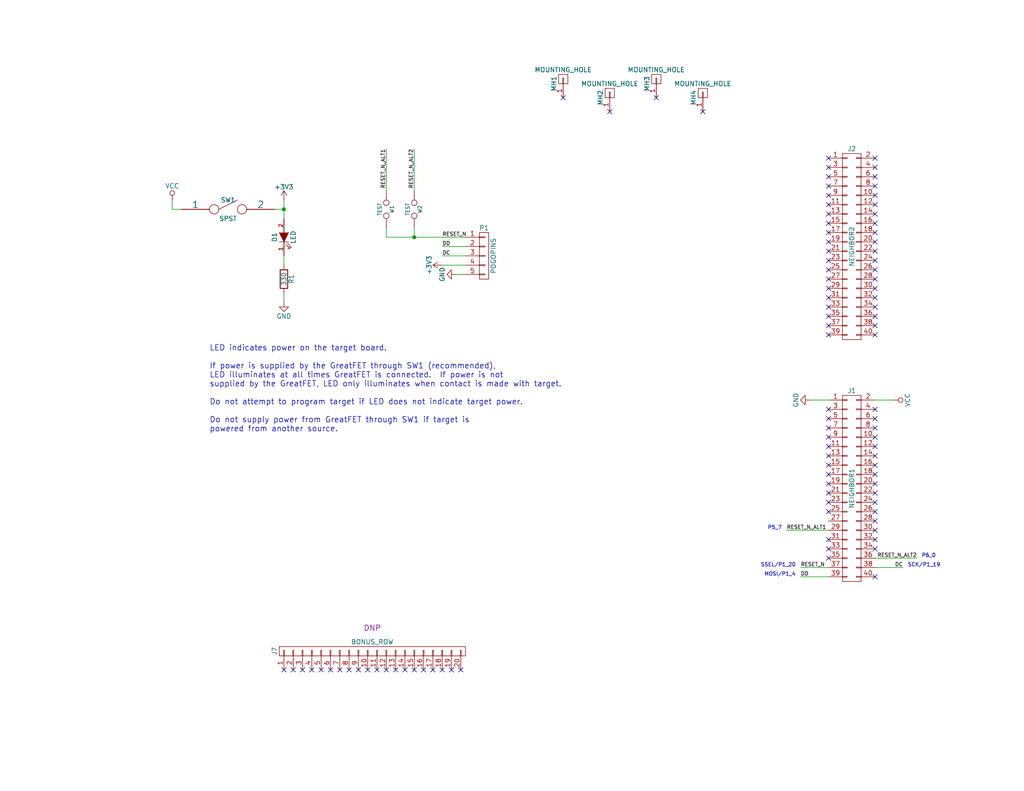
<source format=kicad_sch>
(kicad_sch (version 20230121) (generator eeschema)
  (paper "USLetter")
  (title_block (title "GreatFET Begonia, a GIMME Neighbor for GreatFET") (date "2015-09-24") (company "Copyright 2015 Michael Ossmann") (comment 1 "License: GPL v2"))
  (lib_symbols
    (symbol "begonia-rescue:+3V3" (power) (pin_names (offset 0))
      (property "Value" "+3V3" (at 0 3.556 0))
      (symbol "+3V3_0_1"
        (polyline (pts (xy -0.762 1.27) (xy 0 2.54)))
        (polyline (pts (xy 0 0) (xy 0 2.54)))
        (polyline (pts (xy 0 2.54) (xy 0.762 1.27)))
      )
      (symbol "+3V3_1_1"
        (pin power_in line (at 0 0 90) (length 0) hide (name "+3V3") (number "1"))
      )
    )
    (symbol "begonia-rescue:CONN_01X01" (pin_names (offset 1.016) hide)
      (property "Reference" "P" (at 0 2.54 0))
      (property "Value" "CONN_01X01" (at 2.54 0 90))
      (symbol "CONN_01X01_0_1"
        (rectangle (start -1.27 0.127) (end 0.254 -0.127))
        (rectangle (start -1.27 1.27) (end 1.27 -1.27))
      )
      (symbol "CONN_01X01_1_1"
        (pin passive line (at -5.08 0 0) (length 3.81) (name "P1") (number "1"))
      )
    )
    (symbol "begonia-rescue:CONN_01X05" (pin_names (offset 1.016) hide)
      (property "Reference" "P" (at 0 7.62 0))
      (property "Value" "CONN_01X05" (at 2.54 0 90))
      (symbol "CONN_01X05_0_1"
        (rectangle (start -1.27 -4.953) (end 0.254 -5.207))
        (rectangle (start -1.27 -2.413) (end 0.254 -2.667))
        (rectangle (start -1.27 0.127) (end 0.254 -0.127))
        (rectangle (start -1.27 2.667) (end 0.254 2.413))
        (rectangle (start -1.27 5.207) (end 0.254 4.953))
        (rectangle (start -1.27 6.35) (end 1.27 -6.35))
      )
      (symbol "CONN_01X05_1_1"
        (pin passive line (at -5.08 5.08 0) (length 3.81) (name "P1") (number "1"))
        (pin passive line (at -5.08 2.54 0) (length 3.81) (name "P2") (number "2"))
        (pin passive line (at -5.08 0 0) (length 3.81) (name "P3") (number "3"))
        (pin passive line (at -5.08 -2.54 0) (length 3.81) (name "P4") (number "4"))
        (pin passive line (at -5.08 -5.08 0) (length 3.81) (name "P5") (number "5"))
      )
    )
    (symbol "begonia-rescue:CONN_01X20" (pin_names (offset 1.016) hide)
      (property "Reference" "P" (at 0 26.67 0))
      (property "Value" "CONN_01X20" (at 2.54 0 90))
      (symbol "CONN_01X20_0_1"
        (rectangle (start -1.27 -25.4) (end 1.27 25.4))
        (rectangle (start -1.27 -24.003) (end 0.254 -24.257))
        (rectangle (start -1.27 -21.463) (end 0.254 -21.717))
        (rectangle (start -1.27 -18.923) (end 0.254 -19.177))
        (rectangle (start -1.27 -16.383) (end 0.254 -16.637))
        (rectangle (start -1.27 -13.843) (end 0.254 -14.097))
        (rectangle (start -1.27 -11.303) (end 0.254 -11.557))
        (rectangle (start -1.27 -8.763) (end 0.254 -9.017))
        (rectangle (start -1.27 -6.223) (end 0.254 -6.477))
        (rectangle (start -1.27 -3.683) (end 0.254 -3.937))
        (rectangle (start -1.27 -1.143) (end 0.254 -1.397))
        (rectangle (start -1.27 1.397) (end 0.254 1.143))
        (rectangle (start -1.27 3.937) (end 0.254 3.683))
        (rectangle (start -1.27 6.477) (end 0.254 6.223))
        (rectangle (start -1.27 9.017) (end 0.254 8.763))
        (rectangle (start -1.27 11.557) (end 0.254 11.303))
        (rectangle (start -1.27 14.097) (end 0.254 13.843))
        (rectangle (start -1.27 16.637) (end 0.254 16.383))
        (rectangle (start -1.27 19.177) (end 0.254 18.923))
        (rectangle (start -1.27 21.717) (end 0.254 21.463))
        (rectangle (start -1.27 24.257) (end 0.254 24.003))
      )
      (symbol "CONN_01X20_1_1"
        (pin passive line (at -5.08 24.13 0) (length 3.81) (name "P1") (number "1"))
        (pin passive line (at -5.08 1.27 0) (length 3.81) (name "P10") (number "10"))
        (pin passive line (at -5.08 -1.27 0) (length 3.81) (name "P11") (number "11"))
        (pin passive line (at -5.08 -3.81 0) (length 3.81) (name "P12") (number "12"))
        (pin passive line (at -5.08 -6.35 0) (length 3.81) (name "P13") (number "13"))
        (pin passive line (at -5.08 -8.89 0) (length 3.81) (name "P14") (number "14"))
        (pin passive line (at -5.08 -11.43 0) (length 3.81) (name "P15") (number "15"))
        (pin passive line (at -5.08 -13.97 0) (length 3.81) (name "P16") (number "16"))
        (pin passive line (at -5.08 -16.51 0) (length 3.81) (name "P17") (number "17"))
        (pin passive line (at -5.08 -19.05 0) (length 3.81) (name "P18") (number "18"))
        (pin passive line (at -5.08 -21.59 0) (length 3.81) (name "P19") (number "19"))
        (pin passive line (at -5.08 21.59 0) (length 3.81) (name "P2") (number "2"))
        (pin passive line (at -5.08 -24.13 0) (length 3.81) (name "P20") (number "20"))
        (pin passive line (at -5.08 19.05 0) (length 3.81) (name "P3") (number "3"))
        (pin passive line (at -5.08 16.51 0) (length 3.81) (name "P4") (number "4"))
        (pin passive line (at -5.08 13.97 0) (length 3.81) (name "P5") (number "5"))
        (pin passive line (at -5.08 11.43 0) (length 3.81) (name "P6") (number "6"))
        (pin passive line (at -5.08 8.89 0) (length 3.81) (name "P7") (number "7"))
        (pin passive line (at -5.08 6.35 0) (length 3.81) (name "P8") (number "8"))
        (pin passive line (at -5.08 3.81 0) (length 3.81) (name "P9") (number "9"))
      )
    )
    (symbol "begonia-rescue:CONN_02X20" (pin_names (offset 0.0254) hide)
      (property "Reference" "P" (at 0 26.67 0))
      (property "Value" "CONN_02X20" (at 0 0 90))
      (symbol "CONN_02X20_0_1"
        (rectangle (start -2.54 -24.003) (end -1.27 -24.257))
        (rectangle (start -2.54 -21.463) (end -1.27 -21.717))
        (rectangle (start -2.54 -18.923) (end -1.27 -19.177))
        (rectangle (start -2.54 -16.383) (end -1.27 -16.637))
        (rectangle (start -2.54 -13.843) (end -1.27 -14.097))
        (rectangle (start -2.54 -11.303) (end -1.27 -11.557))
        (rectangle (start -2.54 -8.763) (end -1.27 -9.017))
        (rectangle (start -2.54 -6.223) (end -1.27 -6.477))
        (rectangle (start -2.54 -3.683) (end -1.27 -3.937))
        (rectangle (start -2.54 -1.143) (end -1.27 -1.397))
        (rectangle (start -2.54 1.397) (end -1.27 1.143))
        (rectangle (start -2.54 3.937) (end -1.27 3.683))
        (rectangle (start -2.54 6.477) (end -1.27 6.223))
        (rectangle (start -2.54 9.017) (end -1.27 8.763))
        (rectangle (start -2.54 11.557) (end -1.27 11.303))
        (rectangle (start -2.54 14.097) (end -1.27 13.843))
        (rectangle (start -2.54 16.637) (end -1.27 16.383))
        (rectangle (start -2.54 19.177) (end -1.27 18.923))
        (rectangle (start -2.54 21.717) (end -1.27 21.463))
        (rectangle (start -2.54 24.257) (end -1.27 24.003))
        (rectangle (start -2.54 25.4) (end 2.54 -25.4))
        (rectangle (start 1.27 -24.003) (end 2.54 -24.257))
        (rectangle (start 1.27 -21.463) (end 2.54 -21.717))
        (rectangle (start 1.27 -18.923) (end 2.54 -19.177))
        (rectangle (start 1.27 -16.383) (end 2.54 -16.637))
        (rectangle (start 1.27 -13.843) (end 2.54 -14.097))
        (rectangle (start 1.27 -11.303) (end 2.54 -11.557))
        (rectangle (start 1.27 -8.763) (end 2.54 -9.017))
        (rectangle (start 1.27 -6.223) (end 2.54 -6.477))
        (rectangle (start 1.27 -3.683) (end 2.54 -3.937))
        (rectangle (start 1.27 -1.143) (end 2.54 -1.397))
        (rectangle (start 1.27 1.397) (end 2.54 1.143))
        (rectangle (start 1.27 3.937) (end 2.54 3.683))
        (rectangle (start 1.27 6.477) (end 2.54 6.223))
        (rectangle (start 1.27 9.017) (end 2.54 8.763))
        (rectangle (start 1.27 11.557) (end 2.54 11.303))
        (rectangle (start 1.27 14.097) (end 2.54 13.843))
        (rectangle (start 1.27 16.637) (end 2.54 16.383))
        (rectangle (start 1.27 19.177) (end 2.54 18.923))
        (rectangle (start 1.27 21.717) (end 2.54 21.463))
        (rectangle (start 1.27 24.257) (end 2.54 24.003))
      )
      (symbol "CONN_02X20_1_1"
        (pin passive line (at -6.35 24.13 0) (length 3.81) (name "P1") (number "1"))
        (pin passive line (at 6.35 13.97 180) (length 3.81) (name "P10") (number "10"))
        (pin passive line (at -6.35 11.43 0) (length 3.81) (name "P11") (number "11"))
        (pin passive line (at 6.35 11.43 180) (length 3.81) (name "P12") (number "12"))
        (pin passive line (at -6.35 8.89 0) (length 3.81) (name "P13") (number "13"))
        (pin passive line (at 6.35 8.89 180) (length 3.81) (name "P14") (number "14"))
        (pin passive line (at -6.35 6.35 0) (length 3.81) (name "P15") (number "15"))
        (pin passive line (at 6.35 6.35 180) (length 3.81) (name "P16") (number "16"))
        (pin passive line (at -6.35 3.81 0) (length 3.81) (name "P17") (number "17"))
        (pin passive line (at 6.35 3.81 180) (length 3.81) (name "P18") (number "18"))
        (pin passive line (at -6.35 1.27 0) (length 3.81) (name "P19") (number "19"))
        (pin passive line (at 6.35 24.13 180) (length 3.81) (name "P2") (number "2"))
        (pin passive line (at 6.35 1.27 180) (length 3.81) (name "P20") (number "20"))
        (pin passive line (at -6.35 -1.27 0) (length 3.81) (name "P21") (number "21"))
        (pin passive line (at 6.35 -1.27 180) (length 3.81) (name "P22") (number "22"))
        (pin passive line (at -6.35 -3.81 0) (length 3.81) (name "P23") (number "23"))
        (pin passive line (at 6.35 -3.81 180) (length 3.81) (name "P24") (number "24"))
        (pin passive line (at -6.35 -6.35 0) (length 3.81) (name "P25") (number "25"))
        (pin passive line (at 6.35 -6.35 180) (length 3.81) (name "P26") (number "26"))
        (pin passive line (at -6.35 -8.89 0) (length 3.81) (name "P27") (number "27"))
        (pin passive line (at 6.35 -8.89 180) (length 3.81) (name "P28") (number "28"))
        (pin passive line (at -6.35 -11.43 0) (length 3.81) (name "P29") (number "29"))
        (pin passive line (at -6.35 21.59 0) (length 3.81) (name "P3") (number "3"))
        (pin passive line (at 6.35 -11.43 180) (length 3.81) (name "P30") (number "30"))
        (pin passive line (at -6.35 -13.97 0) (length 3.81) (name "P31") (number "31"))
        (pin passive line (at 6.35 -13.97 180) (length 3.81) (name "P32") (number "32"))
        (pin passive line (at -6.35 -16.51 0) (length 3.81) (name "P33") (number "33"))
        (pin passive line (at 6.35 -16.51 180) (length 3.81) (name "P34") (number "34"))
        (pin passive line (at -6.35 -19.05 0) (length 3.81) (name "P35") (number "35"))
        (pin passive line (at 6.35 -19.05 180) (length 3.81) (name "P36") (number "36"))
        (pin passive line (at -6.35 -21.59 0) (length 3.81) (name "P37") (number "37"))
        (pin passive line (at 6.35 -21.59 180) (length 3.81) (name "P38") (number "38"))
        (pin passive line (at -6.35 -24.13 0) (length 3.81) (name "P39") (number "39"))
        (pin passive line (at 6.35 21.59 180) (length 3.81) (name "P4") (number "4"))
        (pin passive line (at 6.35 -24.13 180) (length 3.81) (name "P40") (number "40"))
        (pin passive line (at -6.35 19.05 0) (length 3.81) (name "P5") (number "5"))
        (pin passive line (at 6.35 19.05 180) (length 3.81) (name "P6") (number "6"))
        (pin passive line (at -6.35 16.51 0) (length 3.81) (name "P7") (number "7"))
        (pin passive line (at 6.35 16.51 180) (length 3.81) (name "P8") (number "8"))
        (pin passive line (at -6.35 13.97 0) (length 3.81) (name "P9") (number "9"))
      )
    )
    (symbol "begonia-rescue:GND" (power) (pin_names (offset 0))
      (property "Value" "GND" (at 0 -3.81 0))
      (symbol "GND_0_1"
        (polyline (pts (xy 0 0) (xy 0 -1.27) (xy 1.27 -1.27) (xy 0 -2.54) (xy -1.27 -1.27) (xy 0 -1.27)))
      )
      (symbol "GND_1_1"
        (pin power_in line (at 0 0 270) (length 0) hide (name "GND") (number "1"))
      )
    )
    (symbol "begonia-rescue:LED" (pin_names (offset 1.016) hide)
      (property "Reference" "D" (at 0 2.54 0))
      (property "Value" "LED" (at 0 -2.54 0))
      (symbol "LED_0_1"
        (polyline (pts (xy -1.27 1.27) (xy -1.27 -1.27)))
        (polyline (pts (xy -2.032 -0.635) (xy -3.175 -1.651) (xy -3.048 -1.016)))
        (polyline (pts (xy -1.651 -1.016) (xy -2.794 -2.032) (xy -2.667 -1.397)))
        (polyline (pts (xy 1.27 1.27) (xy -1.27 0) (xy 1.27 -1.27)) (fill (type outline)))
      )
      (symbol "LED_1_1"
        (pin passive line (at -5.08 0 0) (length 3.81) (name "K") (number "1"))
        (pin passive line (at 5.08 0 180) (length 3.81) (name "A") (number "2"))
      )
    )
    (symbol "begonia-rescue:R" (pin_numbers hide) (pin_names (offset 0))
      (property "Reference" "R" (at 2.032 0 90))
      (property "Value" "R" (at 0 0 90))
      (symbol "R_0_1"
        (rectangle (start -1.016 -2.54) (end 1.016 2.54) (stroke (width 0.254)))
      )
      (symbol "R_1_1"
        (pin passive line (at 0 3.81 270) (length 1.27) (name "~") (number "1"))
        (pin passive line (at 0 -3.81 90) (length 1.27) (name "~") (number "2"))
      )
    )
    (symbol "begonia-rescue:SPST" (pin_numbers hide) (pin_names (offset 0))
      (property "Reference" "SW" (at 0 2.54 0))
      (property "Value" "SPST" (at 0 -2.54 0))
      (symbol "SPST_0_0"
        (circle (center -3.81 0) (radius 1.27))
        (polyline (pts (xy -2.54 0) (xy 2.54 2.54)))
        (circle (center 3.81 0) (radius 1.27))
      )
      (symbol "SPST_1_1"
        (pin input line (at -12.7 0 0) (length 7.62) (name "1") (number "1"))
        (pin input line (at 12.7 0 180) (length 7.62) (name "2") (number "2"))
      )
    )
    (symbol "begonia-rescue:TEST" (pin_numbers hide) (pin_names (offset 0.762) hide)
      (property "Reference" "W" (at 0 1.524 0))
      (property "Value" "TEST" (at 0 -1.778 0))
      (symbol "TEST_0_1"
        (circle (center -1.778 0) (radius 0.762))
        (circle (center 1.778 0) (radius 0.762))
        (pin passive line (at -5.08 0 0) (length 2.54) (name "1") (number "1"))
        (pin passive line (at 5.08 0 180) (length 2.54) (name "2") (number "2"))
      )
    )
    (symbol "begonia-rescue:VCC" (power) (pin_names (offset 0))
      (property "Value" "VCC" (at 0 3.81 0))
      (symbol "VCC_0_1"
        (polyline (pts (xy 0 0) (xy 0 1.27)))
        (circle (center 0 1.905) (radius 0.635))
      )
      (symbol "VCC_1_1"
        (pin power_in line (at 0 0 90) (length 0) hide (name "VCC") (number "1"))
      )
    )
  )
  (junction (at 113.03 64.77))
  (junction (at 77.47 57.15))
  (no_connect (at 226.06 48.26))
  (no_connect (at 238.76 134.62))
  (no_connect (at 238.76 124.46))
  (no_connect (at 115.57 182.88))
  (no_connect (at 125.73 182.88))
  (no_connect (at 238.76 45.72))
  (no_connect (at 226.06 53.34))
  (no_connect (at 238.76 71.12))
  (no_connect (at 226.06 88.9))
  (no_connect (at 238.76 83.82))
  (no_connect (at 226.06 129.54))
  (no_connect (at 226.06 134.62))
  (no_connect (at 238.76 157.48))
  (no_connect (at 85.09 182.88))
  (no_connect (at 226.06 68.58))
  (no_connect (at 92.71 182.88))
  (no_connect (at 226.06 81.28))
  (no_connect (at 226.06 119.38))
  (no_connect (at 110.49 182.88))
  (no_connect (at 238.76 119.38))
  (no_connect (at 238.76 81.28))
  (no_connect (at 226.06 76.2))
  (no_connect (at 238.76 91.44))
  (no_connect (at 238.76 144.78))
  (no_connect (at 95.25 182.88))
  (no_connect (at 87.63 182.88))
  (no_connect (at 238.76 58.42))
  (no_connect (at 238.76 48.26))
  (no_connect (at 105.41 182.88))
  (no_connect (at 118.11 182.88))
  (no_connect (at 226.06 124.46))
  (no_connect (at 238.76 129.54))
  (no_connect (at 238.76 114.3))
  (no_connect (at 238.76 86.36))
  (no_connect (at 238.76 43.18))
  (no_connect (at 226.06 147.32))
  (no_connect (at 226.06 50.8))
  (no_connect (at 238.76 55.88))
  (no_connect (at 238.76 149.86))
  (no_connect (at 238.76 88.9))
  (no_connect (at 179.07 26.67))
  (no_connect (at 238.76 60.96))
  (no_connect (at 153.67 26.67))
  (no_connect (at 226.06 73.66))
  (no_connect (at 113.03 182.88))
  (no_connect (at 226.06 127))
  (no_connect (at 226.06 45.72))
  (no_connect (at 191.77 30.48))
  (no_connect (at 123.19 182.88))
  (no_connect (at 238.76 111.76))
  (no_connect (at 166.37 30.48))
  (no_connect (at 82.55 182.88))
  (no_connect (at 226.06 71.12))
  (no_connect (at 90.17 182.88))
  (no_connect (at 226.06 114.3))
  (no_connect (at 226.06 58.42))
  (no_connect (at 102.87 182.88))
  (no_connect (at 238.76 73.66))
  (no_connect (at 226.06 78.74))
  (no_connect (at 77.47 182.88))
  (no_connect (at 80.01 182.88))
  (no_connect (at 238.76 139.7))
  (no_connect (at 226.06 60.96))
  (no_connect (at 107.95 182.88))
  (no_connect (at 226.06 116.84))
  (no_connect (at 238.76 132.08))
  (no_connect (at 226.06 121.92))
  (no_connect (at 226.06 83.82))
  (no_connect (at 238.76 66.04))
  (no_connect (at 238.76 116.84))
  (no_connect (at 226.06 152.4))
  (no_connect (at 238.76 63.5))
  (no_connect (at 238.76 142.24))
  (no_connect (at 226.06 55.88))
  (no_connect (at 226.06 91.44))
  (no_connect (at 226.06 63.5))
  (no_connect (at 226.06 66.04))
  (no_connect (at 238.76 76.2))
  (no_connect (at 238.76 78.74))
  (no_connect (at 226.06 149.86))
  (no_connect (at 120.65 182.88))
  (no_connect (at 100.33 182.88))
  (no_connect (at 238.76 50.8))
  (no_connect (at 238.76 127))
  (no_connect (at 226.06 139.7))
  (no_connect (at 238.76 121.92))
  (no_connect (at 238.76 137.16))
  (no_connect (at 226.06 86.36))
  (no_connect (at 238.76 147.32))
  (no_connect (at 238.76 68.58))
  (no_connect (at 97.79 182.88))
  (no_connect (at 238.76 53.34))
  (no_connect (at 226.06 111.76))
  (no_connect (at 226.06 137.16))
  (no_connect (at 226.06 132.08))
  (no_connect (at 226.06 43.18))
  (wire (pts (xy 105.41 64.77) (xy 113.03 64.77)))
  (wire (pts (xy 46.99 54.61) (xy 46.99 57.15)))
  (wire (pts (xy 77.47 57.15) (xy 77.47 59.69)))
  (wire (pts (xy 120.65 72.39) (xy 127 72.39)))
  (wire (pts (xy 220.98 109.22) (xy 226.06 109.22)))
  (wire (pts (xy 105.41 40.64) (xy 105.41 52.07)))
  (wire (pts (xy 246.38 154.94) (xy 238.76 154.94)))
  (wire (pts (xy 214.63 144.78) (xy 226.06 144.78)))
  (wire (pts (xy 113.03 62.23) (xy 113.03 64.77)))
  (wire (pts (xy 74.93 57.15) (xy 77.47 57.15)))
  (wire (pts (xy 226.06 157.48) (xy 218.44 157.48)))
  (wire (pts (xy 113.03 64.77) (xy 127 64.77)))
  (wire (pts (xy 120.65 67.31) (xy 127 67.31)))
  (wire (pts (xy 77.47 80.01) (xy 77.47 82.55)))
  (wire (pts (xy 124.46 74.93) (xy 127 74.93)))
  (wire (pts (xy 113.03 40.64) (xy 113.03 52.07)))
  (wire (pts (xy 77.47 69.85) (xy 77.47 72.39)))
  (wire (pts (xy 105.41 62.23) (xy 105.41 64.77)))
  (wire (pts (xy 250.19 152.4) (xy 238.76 152.4)))
  (wire (pts (xy 238.76 109.22) (xy 243.84 109.22)))
  (wire (pts (xy 46.99 57.15) (xy 49.53 57.15)))
  (wire (pts (xy 218.44 154.94) (xy 226.06 154.94)))
  (wire (pts (xy 77.47 54.61) (xy 77.47 57.15)))
  (wire (pts (xy 120.65 69.85) (xy 127 69.85)))
  (text "SSEL/P1_20" (at 217.17 154.94 0) (effects (font (size 1.016 1.016)) (justify right bottom)))
  (text "P6_0" (at 251.46 152.4 0) (effects (font (size 1.016 1.016)) (justify left bottom)))
  (text "P5_7" (at 213.36 144.78 0) (effects (font (size 1.016 1.016)) (justify right bottom)))
  (text "MOSI/P1_4" (at 217.17 157.48 0) (effects (font (size 1.016 1.016)) (justify right bottom)))
  (text "SCK/P1_19" (at 247.65 154.94 0) (effects (font (size 1.016 1.016)) (justify left bottom)))
  (text "LED indicates power on the target board.\n\nIf power is supplied by the GreatFET through SW1 (recommended),\nLED illuminates at all times GreatFET is connected.  If power is not\nsupplied by the GreatFET, LED only illuminates when contact is made with target.\n\nDo not attempt to program target if LED does not indicate target power.\n\nDo not supply power from GreatFET through SW1 if target is\npowered from another source." (at 57.15 118.11 0) (effects (font (size 1.524 1.524)) (justify left bottom)))
  (label "DD" (at 218.44 157.48 0) (effects (font (size 1.016 1.016))))
  (label "RESET_N_ALT1" (at 214.63 144.78 0) (effects (font (size 1.016 1.016))))
  (label "RESET_N_ALT2" (at 113.03 40.64 270) (effects (font (size 1.016 1.016))))
  (label "RESET_N_ALT1" (at 105.41 40.64 270) (effects (font (size 1.016 1.016))))
  (label "DD" (at 120.65 67.31 0) (effects (font (size 1.016 1.016))))
  (label "RESET_N" (at 218.44 154.94 0) (effects (font (size 1.016 1.016))))
  (label "RESET_N" (at 120.65 64.77 0) (effects (font (size 1.016 1.016))))
  (label "DC" (at 120.65 69.85 0) (effects (font (size 1.016 1.016))))
  (label "DC" (at 246.38 154.94 180) (effects (font (size 1.016 1.016))))
  (label "RESET_N_ALT2" (at 250.19 152.4 180) (effects (font (size 1.016 1.016))))
  (symbol (lib_id "begonia-rescue:CONN_02X20") (at 232.41 67.31 0) (unit 1)
    (property "Reference" "J2" (at 232.41 40.64 0))
    (property "Value" "NEIGHBOR2" (at 232.41 67.31 90))
    (property "Footprint" "gsg-modules:HEADER-2x20" (effects hide))
    (property "Manufacturer" "Samtec" (effects hide))
    (property "Part Number" "SSQ-120-23-G-D" (effects hide))
    (property "Description" "CONN RCPT .100\" 40POS DUAL-ROW STACKING GOLD" (effects hide))
    (property "Note" "Alternate: https://www.adafruit.com/products/2223" (effects hide))
  )
  (symbol (lib_id "begonia-rescue:GND") (at 220.98 109.22 270) (unit 1)
    (property "Reference" "#PWR6" (effects hide))
    (property "Value" "GND" (at 217.17 109.22 0))
  )
  (symbol (lib_id "begonia-rescue:VCC") (at 243.84 109.22 270) (unit 1)
    (property "Reference" "#PWR7" (effects hide))
    (property "Value" "VCC" (at 247.65 109.22 0))
  )
  (symbol (lib_id "begonia-rescue:CONN_02X20") (at 232.41 133.35 0) (unit 1)
    (property "Reference" "J1" (at 232.41 106.68 0))
    (property "Value" "NEIGHBOR1" (at 232.41 133.35 90))
    (property "Footprint" "gsg-modules:HEADER-2x20" (effects hide))
    (property "Manufacturer" "Samtec" (effects hide))
    (property "Part Number" "SSQ-120-23-G-D" (effects hide))
    (property "Description" "CONN RCPT .100\" 40POS DUAL-ROW STACKING GOLD" (effects hide))
    (property "Note" "Alternate: https://www.adafruit.com/products/2223" (effects hide))
  )
  (symbol (lib_id "begonia-rescue:CONN_01X01") (at 179.07 21.59 90) (unit 1)
    (property "Reference" "MH3" (at 176.53 22.86 0))
    (property "Value" "MOUNTING_HOLE" (at 179.07 19.05 90))
    (property "Footprint" "gsg-modules:HOLE126MIL-COPPER" (effects hide))
    (property "Note" "DNP" (effects hide))
  )
  (symbol (lib_id "begonia-rescue:CONN_01X01") (at 191.77 25.4 90) (unit 1)
    (property "Reference" "MH4" (at 189.23 26.67 0))
    (property "Value" "MOUNTING_HOLE" (at 191.77 22.86 90))
    (property "Footprint" "gsg-modules:HOLE126MIL-COPPER" (effects hide))
    (property "Note" "DNP" (effects hide))
  )
  (symbol (lib_id "begonia-rescue:CONN_01X01") (at 153.67 21.59 90) (unit 1)
    (property "Reference" "MH1" (at 151.13 22.86 0))
    (property "Value" "MOUNTING_HOLE" (at 153.67 19.05 90))
    (property "Footprint" "gsg-modules:HOLE126MIL-COPPER" (effects hide))
    (property "Note" "DNP" (effects hide))
  )
  (symbol (lib_id "begonia-rescue:CONN_01X01") (at 166.37 25.4 90) (unit 1)
    (property "Reference" "MH2" (at 163.83 26.67 0))
    (property "Value" "MOUNTING_HOLE" (at 166.37 22.86 90))
    (property "Footprint" "gsg-modules:HOLE126MIL-COPPER" (effects hide))
    (property "Note" "DNP" (effects hide))
  )
  (symbol (lib_id "begonia-rescue:LED") (at 77.47 64.77 90) (unit 1)
    (property "Reference" "D1" (at 74.93 64.77 0))
    (property "Value" "LED" (at 80.01 64.77 0))
    (property "Footprint" "gsg-modules:0603D" (effects hide))
    (property "Manufacturer" "Kingbright" (effects hide))
    (property "Part Number" "APT1608SGC" (effects hide))
    (property "Description" "LED 1.6X0.8MM 568NM GRN CLR SMD" (effects hide))
  )
  (symbol (lib_id "begonia-rescue:R") (at 77.47 76.2 0) (unit 1)
    (property "Reference" "R1" (at 79.502 76.2 90))
    (property "Value" "330" (at 77.47 76.2 90))
    (property "Footprint" "gsg-modules:0603" (effects hide))
    (property "Manufacturer" "Stackpole" (effects hide))
    (property "Part Number" "RMCF0603JT330R" (effects hide))
    (property "Description" "RES 330 OHM 1/10W 5% 0603 SMD" (effects hide))
  )
  (symbol (lib_id "begonia-rescue:CONN_01X05") (at 132.08 69.85 0) (unit 1)
    (property "Reference" "P1" (at 132.08 62.23 0))
    (property "Value" "POGOPINS" (at 134.62 69.85 90))
    (property "Footprint" "gsg-modules:POGOPIN-5-IMME" (effects hide))
    (property "Manufacturer" "SparkFun" (effects hide))
    (property "Part Number" "PRT-09174" (effects hide))
    (property "Description" "Pogo Pins w/ Pointed Tip" (effects hide))
    (property "Note" "quantity 5" (effects hide))
  )
  (symbol (lib_id "begonia-rescue:+3V3") (at 120.65 72.39 90) (unit 1)
    (property "Reference" "#PWR3" (effects hide))
    (property "Value" "+3V3" (at 117.094 72.39 0))
  )
  (symbol (lib_id "begonia-rescue:GND") (at 124.46 74.93 270) (unit 1)
    (property "Reference" "#PWR4" (effects hide))
    (property "Value" "GND" (at 120.65 74.93 0))
  )
  (symbol (lib_id "begonia-rescue:GND") (at 77.47 82.55 0) (unit 1)
    (property "Reference" "#PWR5" (effects hide))
    (property "Value" "GND" (at 77.47 86.36 0))
  )
  (symbol (lib_id "begonia-rescue:+3V3") (at 77.47 54.61 0) (unit 1)
    (property "Reference" "#PWR2" (effects hide))
    (property "Value" "+3V3" (at 77.47 51.054 0))
  )
  (symbol (lib_id "begonia-rescue:SPST") (at 62.23 57.15 0) (unit 1)
    (property "Reference" "SW1" (at 62.23 54.61 0))
    (property "Value" "SPST" (at 62.23 59.69 0))
    (property "Footprint" "gsg-modules:SSSS810701" (effects hide))
    (property "Manufacturer" "ALPS" (effects hide))
    (property "Part Number" "SSSS810701" (effects hide))
    (property "Description" "Slide Switches Horiz 1 Pole 2 Pos 1.1 Knob 1.5 Travel" (effects hide))
    (property "Note" "Alternate: https://www.sparkfun.com/products/10860" (effects hide))
  )
  (symbol (lib_id "begonia-rescue:VCC") (at 46.99 54.61 0) (unit 1)
    (property "Reference" "#PWR1" (effects hide))
    (property "Value" "VCC" (at 46.99 50.8 0))
  )
  (symbol (lib_id "begonia-rescue:CONN_01X20") (at 101.6 177.8 90) (unit 1)
    (property "Reference" "J7" (at 74.93 177.8 0))
    (property "Value" "BONUS_ROW" (at 101.6 175.26 90))
    (property "Footprint" "gsg-modules:HEADER-1x20" (effects hide))
    (property "Manufacturer" "Samtec" (effects hide))
    (property "Part Number" "SSQ-120-23-G-S" (effects hide))
    (property "Description" "CONN RCPT .100\" 20POS SINGLE-ROW STACKING GOLD" (effects hide))
    (property "Note" "DNP" (at 101.6 171.45 90) (effects (font (size 1.524 1.524))))
  )
  (symbol (lib_id "begonia-rescue:TEST") (at 113.03 57.15 270) (unit 1)
    (property "Reference" "W2" (at 114.554 57.15 0) (effects (font (size 1.016 1.016))))
    (property "Value" "TEST" (at 111.252 57.15 0) (effects (font (size 1.016 1.016))))
    (property "Footprint" "gsg-modules:0603-JUMPER" (effects hide))
    (property "Note" "DNP" (effects hide))
  )
  (symbol (lib_id "begonia-rescue:TEST") (at 105.41 57.15 270) (unit 1)
    (property "Reference" "W1" (at 106.934 57.15 0) (effects (font (size 1.016 1.016))))
    (property "Value" "TEST" (at 103.632 57.15 0) (effects (font (size 1.016 1.016))))
    (property "Footprint" "gsg-modules:0603-JUMPER" (effects hide))
    (property "Note" "DNP" (effects hide))
  )
)
</source>
